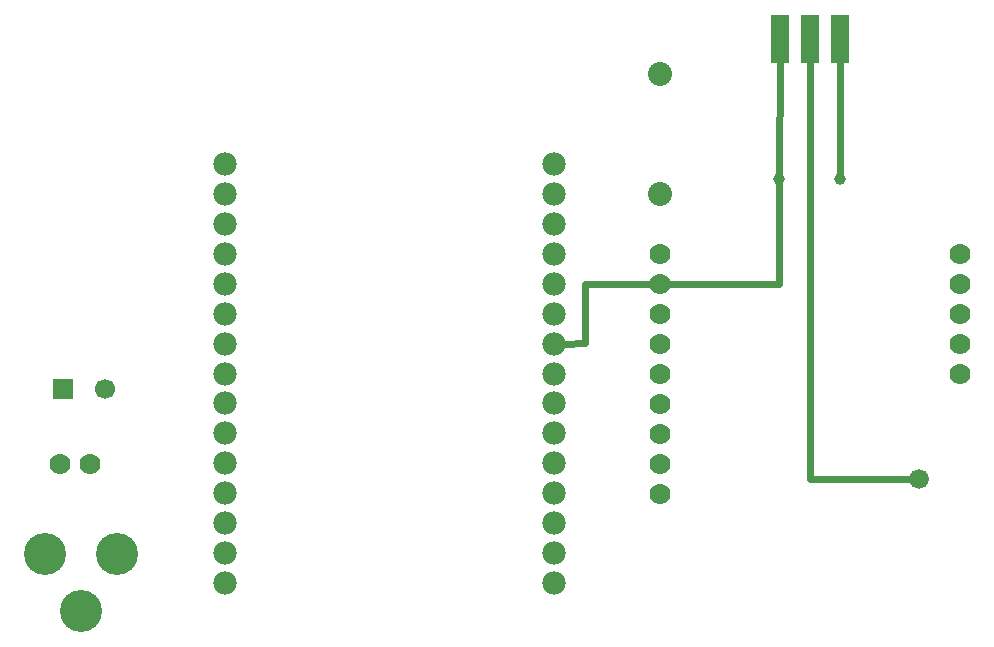
<source format=gtl>
G04 MADE WITH FRITZING*
G04 WWW.FRITZING.ORG*
G04 DOUBLE SIDED*
G04 HOLES PLATED*
G04 CONTOUR ON CENTER OF CONTOUR VECTOR*
%ASAXBY*%
%FSLAX23Y23*%
%MOIN*%
%OFA0B0*%
%SFA1.0B1.0*%
%ADD10C,0.077770*%
%ADD11C,0.066929*%
%ADD12C,0.070000*%
%ADD13C,0.066000*%
%ADD14C,0.140000*%
%ADD15C,0.080000*%
%ADD16C,0.039370*%
%ADD17R,0.066929X0.066929*%
%ADD18R,0.060000X0.160000*%
%ADD19C,0.024000*%
%LNCOPPER1*%
G90*
G70*
G54D10*
X2003Y1658D03*
X905Y1857D03*
X905Y1757D03*
X905Y1658D03*
X905Y1558D03*
X905Y1458D03*
X2003Y1757D03*
X2003Y1857D03*
X2003Y1558D03*
X905Y1358D03*
X905Y1258D03*
X905Y1158D03*
X905Y1059D03*
X905Y959D03*
X905Y859D03*
X905Y759D03*
X905Y659D03*
X905Y559D03*
X905Y459D03*
X2003Y1158D03*
X2003Y1059D03*
X2003Y959D03*
X2003Y859D03*
X2003Y759D03*
X2003Y659D03*
X2003Y559D03*
X2003Y459D03*
X2003Y1458D03*
X2003Y1358D03*
X2003Y1258D03*
G54D11*
X367Y1108D03*
X505Y1108D03*
G54D12*
X3355Y1558D03*
X3355Y1458D03*
X3355Y1358D03*
X3355Y1258D03*
X3355Y1158D03*
G54D13*
X3220Y808D03*
G54D12*
X2355Y1558D03*
X2355Y1458D03*
X2355Y1358D03*
X2355Y1258D03*
X2355Y1158D03*
X2355Y1058D03*
X2355Y958D03*
X2355Y858D03*
X2355Y758D03*
G54D14*
X545Y558D03*
X305Y558D03*
X425Y368D03*
G54D12*
X355Y858D03*
X455Y858D03*
G54D15*
X2355Y1758D03*
X2355Y2158D03*
G54D16*
X2754Y1806D03*
X2956Y1805D03*
G54D17*
X367Y1108D03*
G54D18*
X2755Y2274D03*
X2855Y2274D03*
X2955Y2274D03*
X2755Y2274D03*
X2955Y2274D03*
G54D19*
X2106Y1458D02*
X2106Y1259D01*
D02*
X2106Y1259D02*
X2033Y1258D01*
D02*
X2324Y1458D02*
X2106Y1458D01*
D02*
X2855Y807D02*
X2855Y2199D01*
D02*
X3189Y808D02*
X2855Y807D01*
D02*
X2754Y1458D02*
X2386Y1458D01*
D02*
X2754Y1787D02*
X2754Y1458D01*
D02*
X2754Y1825D02*
X2755Y2199D01*
D02*
X2955Y2199D02*
X2956Y1824D01*
G04 End of Copper1*
M02*
</source>
